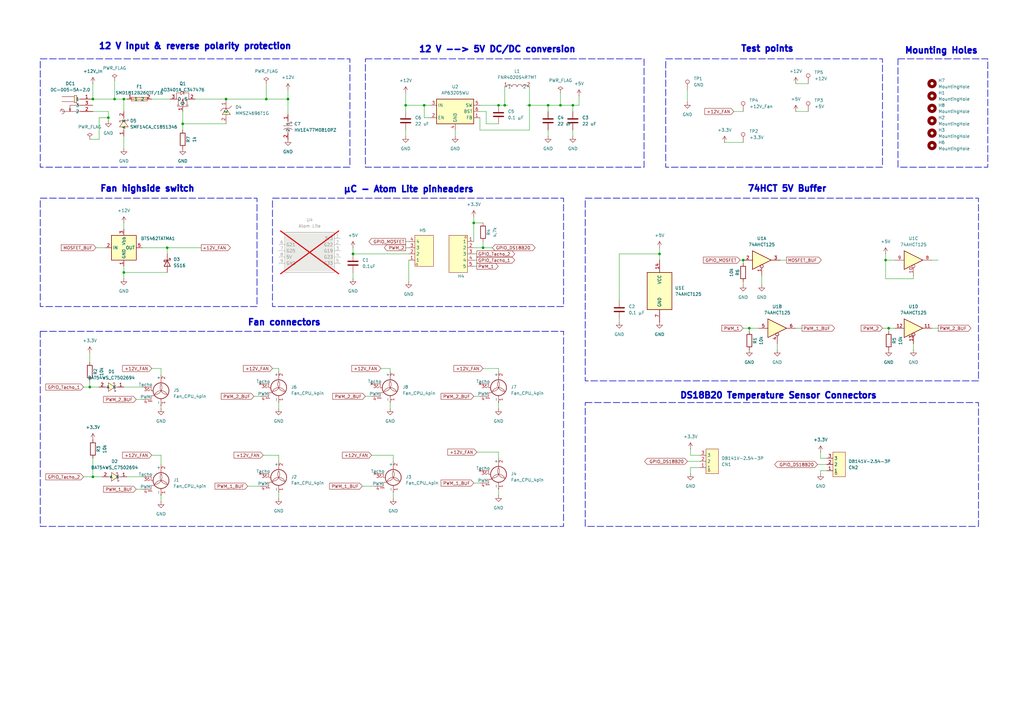
<source format=kicad_sch>
(kicad_sch (version 20231120) (generator "eeschema") (generator_version "8.0")
  (paper "A3")
  (title_block (title "OpenRadFan") (date "2025-01-24") (rev "1"))
  (lib_symbols
    (symbol "74xx:74AHCT125" (pin_names (offset 1.016))
      (property "Reference" "U" (at 0 1.27 0))
      (property "Value" "74AHCT125" (at 0 -1.27 0))
      (symbol "74AHCT125_1_0"
        (pin input inverted (at 0 -6.35 90) (length 4.445) (name "~") (number "1"))
        (pin input line (at -7.62 0 0) (length 3.81) (name "~") (number "2"))
        (pin tri_state line (at 7.62 0 180) (length 3.81) (name "~") (number "3"))
      )
      (symbol "74AHCT125_2_0"
        (pin input inverted (at 0 -6.35 90) (length 4.445) (name "~") (number "4"))
        (pin input line (at -7.62 0 0) (length 3.81) (name "~") (number "5"))
        (pin tri_state line (at 7.62 0 180) (length 3.81) (name "~") (number "6"))
      )
      (symbol "74AHCT125_3_0"
        (pin input inverted (at 0 -6.35 90) (length 4.445) (name "~") (number "10"))
        (pin tri_state line (at 7.62 0 180) (length 3.81) (name "~") (number "8"))
        (pin input line (at -7.62 0 0) (length 3.81) (name "~") (number "9"))
      )
      (symbol "74AHCT125_4_0"
        (pin tri_state line (at 7.62 0 180) (length 3.81) (name "~") (number "11"))
        (pin input line (at -7.62 0 0) (length 3.81) (name "~") (number "12"))
        (pin input inverted (at 0 -6.35 90) (length 4.445) (name "~") (number "13"))
      )
      (symbol "74AHCT125_5_0"
        (pin power_in line (at 0 12.7 270) (length 5.08) (name "VCC") (number "14"))
        (pin power_in line (at 0 -12.7 90) (length 5.08) (name "GND") (number "7"))
      )
    )
    (symbol "Connector:TestPoint" (pin_numbers hide) (pin_names (offset 0.762) hide)
      (property "Reference" "TP" (at 0 6.858 0))
      (property "Value" "TestPoint" (at 0 5.08 0))
      (symbol "TestPoint_1_1"
        (pin passive line (at 0 0 90) (length 2.54) (name "1") (number "1"))
      )
    )
    (symbol "Device:C" (pin_numbers hide) (pin_names (offset 0.254))
      (property "Reference" "C" (at 0.635 2.54 0))
      (property "Value" "C" (at 0.635 -2.54 0))
      (symbol "C_1_1"
        (pin passive line (at 0 3.81 270) (length 2.794) (name "~") (number "1"))
        (pin passive line (at 0 -3.81 90) (length 2.794) (name "~") (number "2"))
      )
    )
    (symbol "Device:R" (pin_numbers hide) (pin_names (offset 0))
      (property "Reference" "R" (at 2.032 0 90))
      (property "Value" "R" (at 0 0 90))
      (symbol "R_1_1"
        (pin passive line (at 0 3.81 270) (length 1.27) (name "~") (number "1"))
        (pin passive line (at 0 -3.81 90) (length 1.27) (name "~") (number "2"))
      )
    )
    (symbol "Diode:SS16" (pin_numbers hide) (pin_names (offset 1.016) hide)
      (property "Reference" "D" (at 0 2.54 0))
      (property "Value" "SS16" (at 0 -2.54 0))
      (symbol "SS16_1_1"
        (pin passive line (at -3.81 0 0) (length 2.54) (name "K") (number "1"))
        (pin passive line (at 3.81 0 180) (length 2.54) (name "A") (number "2"))
      )
    )
    (symbol "Fan_CPU_4pin_1" (pin_names (offset 0))
      (property "Reference" "J7" (at 5.08 1.2701 0))
      (property "Value" "Fan_CPU_4pin" (at 5.08 -1.2699 0))
      (symbol "Fan_CPU_4pin_1_1_1"
        (pin passive line (at 0 -5.08 90) (length 2.54) (name "-") (number "1"))
        (pin passive line (at 0 7.62 270) (length 2.54) (name "+") (number "2"))
        (pin no_connect line (at -7.62 2.54 0) (length 2.54) (name "Tacho") (number "3"))
        (pin input line (at -7.62 -2.54 0) (length 2.54) (name "PWM") (number "4"))
      )
    )
    (symbol "Fan_CPU_4pin_2" (pin_names (offset 0))
      (property "Reference" "J6" (at 5.08 1.2701 0))
      (property "Value" "Fan_CPU_4pin" (at 5.08 -1.2699 0))
      (symbol "Fan_CPU_4pin_2_1_1"
        (pin passive line (at 0 -5.08 90) (length 2.54) (name "-") (number "1"))
        (pin passive line (at 0 7.62 270) (length 2.54) (name "+") (number "2"))
        (pin no_connect line (at -7.62 2.54 0) (length 2.54) (name "Tacho") (number "3"))
        (pin input line (at -7.62 -2.54 0) (length 2.54) (name "PWM") (number "4"))
      )
    )
    (symbol "Mechanical:MountingHole" (pin_names (offset 1.016)) (exclude_from_sim yes) (in_bom no)
      (property "Reference" "H" (at 0 5.08 0))
      (property "Value" "MountingHole" (at 0 3.175 0))
    )
    (symbol "Motor:Fan_CPU_4pin" (pin_names (offset 0))
      (property "Reference" "M" (at 2.54 5.08 0))
      (property "Value" "Fan_CPU_4pin" (at 2.54 -2.54 0))
      (symbol "Fan_CPU_4pin_1_1"
        (pin passive line (at 0 -5.08 90) (length 2.54) (name "-") (number "1"))
        (pin passive line (at 0 7.62 270) (length 2.54) (name "+") (number "2"))
        (pin passive line (at -7.62 2.54 0) (length 2.54) (name "Tacho") (number "3"))
        (pin input line (at -7.62 -2.54 0) (length 2.54) (name "PWM") (number "4"))
      )
    )
    (symbol "Power_Management:BTS462TATMA1"
      (property "Reference" "U" (at -5.08 5.08 0))
      (property "Value" "BTS462TATMA1" (at 2.54 5.08 0))
      (symbol "BTS462TATMA1_0_0"
        (pin power_in line (at 0 -7.62 90) (length 2.54) (name "GND") (number "1"))
        (pin input line (at -7.62 0 0) (length 2.54) (name "IN") (number "2"))
        (pin power_in line (at 0 7.62 270) (length 2.54) (name "Vbb") (number "3"))
        (pin no_connect line (at 5.08 -2.54 180) (length 2.54) hide (name "NC") (number "4"))
        (pin power_out line (at 7.62 0 180) (length 2.54) (name "OUT") (number "5"))
      )
    )
    (symbol "Regulator_Switching:AP63205WU"
      (property "Reference" "U" (at -7.62 6.35 0))
      (property "Value" "AP63205WU" (at 2.54 6.35 0))
      (symbol "AP63205WU_1_1"
        (pin input line (at 10.16 -2.54 180) (length 2.54) (name "FB") (number "1"))
        (pin input line (at -10.16 -2.54 0) (length 2.54) (name "EN") (number "2"))
        (pin power_in line (at -10.16 2.54 0) (length 2.54) (name "IN") (number "3"))
        (pin power_in line (at 0 -7.62 90) (length 2.54) (name "GND") (number "4"))
        (pin output line (at 10.16 2.54 180) (length 2.54) (name "SW") (number "5"))
        (pin passive line (at 10.16 0 180) (length 2.54) (name "BST") (number "6"))
      )
    )
    (symbol "easyeda2kicad:210S-1*5PL=11.6MMGold-platedblack"
      (property "Reference" "H" (at 0 10.16 0))
      (property "Value" "210S-1*5P L=11.6MMGold-plated black" (at 0 -10.16 0))
      (symbol "210S-1*5PL=11.6MMGold-platedblack_0_1"
        (pin unspecified line (at -5.08 5.08 0) (length 2.54) (name "1") (number "1"))
        (pin unspecified line (at -5.08 2.54 0) (length 2.54) (name "2") (number "2"))
        (pin unspecified line (at -5.08 0 0) (length 2.54) (name "3") (number "3"))
        (pin unspecified line (at -5.08 -2.54 0) (length 2.54) (name "4") (number "4"))
        (pin unspecified line (at -5.08 -5.08 0) (length 2.54) (name "5") (number "5"))
      )
    )
    (symbol "easyeda2kicad:AO3401A_C347476"
      (property "Reference" "Q" (at 0 10.16 0))
      (property "Value" "AO3401A_C347476" (at 0 -10.16 0))
      (symbol "AO3401A_C347476_0_1"
        (pin unspecified line (at -5.08 0 0) (length 2.032) (name "G") (number "1"))
        (pin unspecified line (at 0 -5.08 90) (length 2.54) (name "S") (number "2"))
        (pin unspecified line (at 0 5.08 270) (length 2.54) (name "D") (number "3"))
      )
    )
    (symbol "easyeda2kicad:BAT54WS_C7502694"
      (property "Reference" "D" (at 0 5.08 0))
      (property "Value" "BAT54WS_C7502694" (at 0 -5.08 0))
      (symbol "BAT54WS_C7502694_0_1"
        (pin unspecified line (at -5.08 0 0) (length 2.54) (name "K") (number "1"))
        (pin unspecified line (at 5.08 0 180) (length 2.54) (name "A") (number "2"))
      )
    )
    (symbol "easyeda2kicad:DB141V-2.54-3P"
      (property "Reference" "CN" (at 0 7.62 0))
      (property "Value" "DB141V-2.54-3P" (at 0 -7.62 0))
      (symbol "DB141V-2.54-3P_0_1"
        (pin unspecified line (at -5.08 2.54 0) (length 2.54) (name "1") (number "1"))
        (pin unspecified line (at -5.08 0 0) (length 2.54) (name "2") (number "2"))
        (pin unspecified line (at -5.08 -2.54 0) (length 2.54) (name "3") (number "3"))
      )
    )
    (symbol "easyeda2kicad:DC-005-5A-2.0"
      (property "Reference" "DC" (at 0 7.62 0))
      (property "Value" "DC-005-5A-2.0" (at 0 -7.62 0))
      (symbol "DC-005-5A-2.0_0_1"
        (pin unspecified line (at 5.08 2.54 180) (length 5.08) (name "1") (number "1"))
        (pin unspecified line (at 5.08 -2.54 180) (length 5.08) (name "2") (number "2"))
        (pin unspecified line (at 5.08 0 180) (length 5.08) (name "3") (number "3"))
      )
    )
    (symbol "easyeda2kicad:FNR4020S4R7MT"
      (property "Reference" "L" (at 0 5.08 0))
      (property "Value" "FNR4020S4R7MT" (at 0 -5.08 0))
      (symbol "FNR4020S4R7MT_0_1"
        (pin unspecified line (at -5.08 0 0) (length 0.762) (name "1") (number "1"))
        (pin unspecified line (at 5.08 0 180) (length 0.762) (name "2") (number "2"))
      )
    )
    (symbol "easyeda2kicad:HV1E477M0810PZ"
      (property "Reference" "U5" (at 2.54 5.08 0))
      (property "Value" "HV1E477M0810PZ" (at 2.54 2.54 0))
      (symbol "HV1E477M0810PZ_0_1"
        (pin input line (at -2.54 -1.27 0) (length 2.54) (name "1") (number "1"))
        (pin input line (at 7.62 -1.27 180) (length 2.54) (name "2") (number "2"))
      )
    )
    (symbol "easyeda2kicad:Header-Male-2.54_1x4"
      (property "Reference" "H" (at 0 8.89 0))
      (property "Value" "Header-Male-2.54_1x4" (at 0 -8.89 0))
      (symbol "Header-Male-2.54_1x4_0_1"
        (pin unspecified line (at -5.08 3.81 0) (length 2.54) (name "1") (number "1"))
        (pin unspecified line (at -5.08 1.27 0) (length 2.54) (name "2") (number "2"))
        (pin unspecified line (at -5.08 -1.27 0) (length 2.54) (name "3") (number "3"))
        (pin unspecified line (at -5.08 -3.81 0) (length 2.54) (name "4") (number "4"))
      )
    )
    (symbol "easyeda2kicad:MMSZ4696T1G"
      (property "Reference" "D" (at 0 5.08 0))
      (property "Value" "MMSZ4696T1G" (at 0 -5.08 0))
      (symbol "MMSZ4696T1G_0_1"
        (pin unspecified line (at -5.08 0 0) (length 3.81) (name "C") (number "1"))
        (pin unspecified line (at 5.08 0 180) (length 3.81) (name "A") (number "2"))
      )
    )
    (symbol "easyeda2kicad:SMD1812B260TF_16"
      (property "Reference" "U" (at 0 5.08 0))
      (property "Value" "SMD1812B260TF/16" (at 0 -5.08 0))
      (symbol "SMD1812B260TF_16_0_1"
        (pin unspecified line (at -5.08 0 0) (length 2.54) (name "1") (number "1"))
        (pin unspecified line (at 5.08 0 180) (length 2.54) (name "2") (number "2"))
      )
    )
    (symbol "easyeda2kicad:SMF14CA_C1851346"
      (property "Reference" "D" (at 0 5.08 0))
      (property "Value" "SMF14CA_C1851346" (at 0 -5.08 0))
      (symbol "SMF14CA_C1851346_0_1"
        (pin unspecified line (at 5.08 0 180) (length 2.54) (name "A") (number "1"))
        (pin unspecified line (at -5.08 0 0) (length 2.54) (name "K") (number "2"))
      )
    )
    (symbol "m5stack:M5Stack_Atom_Lite"
      (property "Reference" "U" (at 0 0 0))
      (property "Value" "Atom Lite" (at 4.064 -2.286 0))
      (symbol "M5Stack_Atom_Lite_1_1"
        (pin power_out line (at 22.86 -6.35 180) (length 2.54) (name "3V3") (number "1"))
        (pin bidirectional line (at 22.86 -8.89 180) (length 2.54) (name "G22") (number "2"))
        (pin bidirectional line (at 22.86 -11.43 180) (length 2.54) (name "G19") (number "3"))
        (pin bidirectional line (at 22.86 -13.97 180) (length 2.54) (name "G23") (number "4"))
        (pin bidirectional line (at 22.86 -16.51 180) (length 2.54) (name "G33") (number "5"))
        (pin bidirectional line (at -2.54 -8.89 0) (length 2.54) (name "G21") (number "6"))
        (pin bidirectional line (at -2.54 -11.43 0) (length 2.54) (name "G25") (number "7"))
        (pin power_in line (at -2.54 -13.97 0) (length 2.54) (name "5V") (number "8"))
        (pin passive line (at -2.54 -16.51 0) (length 2.54) (name "GND") (number "9"))
      )
    )
    (symbol "power:+12V" (power) (pin_numbers hide) (pin_names (offset 0) hide)
      (property "Value" "+12V" (at 0 3.556 0))
      (symbol "+12V_1_1"
        (pin power_in line (at 0 0 90) (length 0) (name "~") (number "1"))
      )
    )
    (symbol "power:+3.3V" (power) (pin_numbers hide) (pin_names (offset 0) hide)
      (property "Value" "+3.3V" (at 0 3.556 0))
      (symbol "+3.3V_1_1"
        (pin power_in line (at 0 0 90) (length 0) (name "~") (number "1"))
      )
    )
    (symbol "power:+5V" (power) (pin_numbers hide) (pin_names (offset 0) hide)
      (property "Value" "+5V" (at 0 3.556 0))
      (symbol "+5V_1_1"
        (pin power_in line (at 0 0 90) (length 0) (name "~") (number "1"))
      )
    )
    (symbol "power:GND" (power) (pin_numbers hide) (pin_names (offset 0) hide)
      (property "Value" "GND" (at 0 -3.81 0))
      (symbol "GND_1_1"
        (pin power_in line (at 0 0 270) (length 0) (name "~") (number "1"))
      )
    )
    (symbol "power:PWR_FLAG" (power) (pin_numbers hide) (pin_names (offset 0) hide)
      (property "Value" "PWR_FLAG" (at 0 3.81 0))
      (symbol "PWR_FLAG_0_0"
        (pin power_out line (at 0 0 90) (length 0) (name "~") (number "1"))
      )
    )
  )
  (junction (at 109.22 40.64))
  (junction (at 74.93 50.8))
  (junction (at 207.01 43.18))
  (junction (at 144.78 104.14))
  (junction (at 364.49 134.62))
  (junction (at 50.8 111.76))
  (junction (at 234.95 43.18))
  (junction (at 307.34 134.62))
  (junction (at 224.79 43.18))
  (junction (at 36.83 158.75))
  (junction (at 270.51 104.14))
  (junction (at 194.31 91.44))
  (junction (at 198.12 101.6))
  (junction (at 173.99 43.18))
  (junction (at 217.17 43.18))
  (junction (at 50.8 40.64))
  (junction (at 46.99 40.64))
  (junction (at 38.1 195.58))
  (junction (at 166.37 43.18))
  (junction (at 204.47 43.18))
  (junction (at 44.45 48.26))
  (junction (at 118.11 40.64))
  (junction (at 363.22 106.68))
  (junction (at 304.8 106.68))
  (junction (at 92.71 40.64))
  (junction (at 68.58 101.6))
  (junction (at 229.87 43.18))
  (junction (at 38.1 40.64))
  (wire (pts (xy 34.29 195.58) (xy 38.1 195.58)))
  (wire (pts (xy 364.49 134.62) (xy 364.49 135.89)))
  (wire (pts (xy 66.04 203.2) (xy 66.04 205.74)))
  (wire (pts (xy 194.31 104.14) (xy 195.58 104.14)))
  (wire (pts (xy 198.12 99.06) (xy 198.12 101.6)))
  (wire (pts (xy 50.8 109.22) (xy 50.8 111.76)))
  (wire (pts (xy 38.1 45.72) (xy 44.45 45.72)))
  (wire (pts (xy 167.64 99.06) (xy 166.37 99.06)))
  (wire (pts (xy 199.39 50.8) (xy 204.47 50.8)))
  (wire (pts (xy 336.55 187.96) (xy 339.09 187.96)))
  (wire (pts (xy 46.99 40.64) (xy 50.8 40.64)))
  (wire (pts (xy 66.04 151.13) (xy 66.04 153.67)))
  (wire (pts (xy 283.21 186.69) (xy 283.21 184.15)))
  (wire (pts (xy 204.47 185.42) (xy 195.58 185.42)))
  (wire (pts (xy 50.8 111.76) (xy 68.58 111.76)))
  (wire (pts (xy 114.3 151.13) (xy 114.3 152.4)))
  (wire (pts (xy 237.49 43.18) (xy 234.95 43.18)))
  (wire (pts (xy 254 104.14) (xy 270.51 104.14)))
  (wire (pts (xy 58.42 101.6) (xy 68.58 101.6)))
  (wire (pts (xy 283.21 191.77) (xy 283.21 194.31)))
  (wire (pts (xy 287.02 186.69) (xy 283.21 186.69)))
  (wire (pts (xy 270.51 104.14) (xy 270.51 106.68)))
  (wire (pts (xy 254 123.19) (xy 254 104.14)))
  (wire (pts (xy 62.23 40.64) (xy 69.85 40.64)))
  (wire (pts (xy 104.14 162.56) (xy 106.68 162.56)))
  (wire (pts (xy 173.99 48.26) (xy 173.99 43.18)))
  (wire (pts (xy 196.85 53.34) (xy 217.17 53.34)))
  (wire (pts (xy 382.27 134.62) (xy 384.81 134.62)))
  (wire (pts (xy 204.47 151.13) (xy 198.12 151.13)))
  (wire (pts (xy 156.21 151.13) (xy 160.02 151.13)))
  (wire (pts (xy 167.64 106.68) (xy 167.64 115.57)))
  (wire (pts (xy 36.83 144.78) (xy 36.83 148.59)))
  (wire (pts (xy 194.31 109.22) (xy 195.58 109.22)))
  (wire (pts (xy 307.34 134.62) (xy 311.15 134.62)))
  (wire (pts (xy 114.3 186.69) (xy 107.95 186.69)))
  (wire (pts (xy 234.95 53.34) (xy 234.95 55.88)))
  (wire (pts (xy 114.3 186.69) (xy 114.3 189.23)))
  (wire (pts (xy 176.53 48.26) (xy 173.99 48.26)))
  (wire (pts (xy 55.88 163.83) (xy 58.42 163.83)))
  (wire (pts (xy 254 130.81) (xy 254 132.08)))
  (wire (pts (xy 144.78 111.76) (xy 144.78 114.3)))
  (wire (pts (xy 148.59 199.39) (xy 153.67 199.39)))
  (wire (pts (xy 111.76 151.13) (xy 114.3 151.13)))
  (wire (pts (xy 36.83 156.21) (xy 36.83 158.75)))
  (wire (pts (xy 304.8 106.68) (xy 304.8 107.95)))
  (wire (pts (xy 204.47 165.1) (xy 204.47 167.64)))
  (wire (pts (xy 144.78 104.14) (xy 167.64 104.14)))
  (wire (pts (xy 326.39 134.62) (xy 328.93 134.62)))
  (wire (pts (xy 92.71 40.64) (xy 109.22 40.64)))
  (wire (pts (xy 50.8 40.64) (xy 52.07 40.64)))
  (wire (pts (xy 237.49 39.37) (xy 237.49 43.18)))
  (wire (pts (xy 52.07 195.58) (xy 58.42 195.58)))
  (wire (pts (xy 50.8 40.64) (xy 50.8 45.72)))
  (wire (pts (xy 194.31 101.6) (xy 198.12 101.6)))
  (wire (pts (xy 217.17 53.34) (xy 217.17 43.18)))
  (wire (pts (xy 234.95 43.18) (xy 234.95 45.72)))
  (wire (pts (xy 374.65 114.3) (xy 363.22 114.3)))
  (wire (pts (xy 194.31 91.44) (xy 198.12 91.44)))
  (wire (pts (xy 114.3 165.1) (xy 114.3 167.64)))
  (wire (pts (xy 166.37 38.1) (xy 166.37 43.18)))
  (wire (pts (xy 38.1 34.29) (xy 38.1 40.64)))
  (wire (pts (xy 166.37 101.6) (xy 167.64 101.6)))
  (wire (pts (xy 68.58 101.6) (xy 82.55 101.6)))
  (wire (pts (xy 74.93 45.72) (xy 74.93 50.8)))
  (wire (pts (xy 114.3 201.93) (xy 114.3 204.47)))
  (wire (pts (xy 34.29 158.75) (xy 36.83 158.75)))
  (wire (pts (xy 336.55 194.31) (xy 336.55 193.04)))
  (wire (pts (xy 281.94 36.83) (xy 281.94 41.91)))
  (wire (pts (xy 36.83 57.15) (xy 40.64 57.15)))
  (wire (pts (xy 38.1 195.58) (xy 41.91 195.58)))
  (wire (pts (xy 300.99 45.72) (xy 304.8 45.72)))
  (wire (pts (xy 149.86 162.56) (xy 152.4 162.56)))
  (wire (pts (xy 297.18 58.42) (xy 304.8 58.42)))
  (wire (pts (xy 166.37 53.34) (xy 166.37 55.88)))
  (wire (pts (xy 50.8 91.44) (xy 50.8 93.98)))
  (wire (pts (xy 62.23 151.13) (xy 66.04 151.13)))
  (wire (pts (xy 166.37 43.18) (xy 173.99 43.18)))
  (wire (pts (xy 204.47 151.13) (xy 204.47 152.4)))
  (wire (pts (xy 101.6 199.39) (xy 106.68 199.39)))
  (wire (pts (xy 336.55 193.04) (xy 339.09 193.04)))
  (wire (pts (xy 204.47 185.42) (xy 204.47 187.96)))
  (wire (pts (xy 109.22 40.64) (xy 118.11 40.64)))
  (wire (pts (xy 326.39 34.29) (xy 331.47 34.29)))
  (wire (pts (xy 364.49 134.62) (xy 367.03 134.62)))
  (wire (pts (xy 363.22 106.68) (xy 363.22 104.14)))
  (wire (pts (xy 36.83 158.75) (xy 40.64 158.75)))
  (wire (pts (xy 194.31 198.12) (xy 196.85 198.12)))
  (wire (pts (xy 74.93 50.8) (xy 74.93 53.34)))
  (wire (pts (xy 186.69 53.34) (xy 186.69 55.88)))
  (wire (pts (xy 50.8 158.75) (xy 58.42 158.75)))
  (wire (pts (xy 68.58 101.6) (xy 68.58 104.14)))
  (wire (pts (xy 374.65 143.51) (xy 374.65 140.97)))
  (wire (pts (xy 281.94 189.23) (xy 287.02 189.23)))
  (wire (pts (xy 161.29 186.69) (xy 152.4 186.69)))
  (wire (pts (xy 38.1 40.64) (xy 46.99 40.64)))
  (wire (pts (xy 39.37 101.6) (xy 43.18 101.6)))
  (wire (pts (xy 44.45 45.72) (xy 44.45 48.26)))
  (wire (pts (xy 217.17 43.18) (xy 215.9 43.18)))
  (wire (pts (xy 196.85 45.72) (xy 199.39 45.72)))
  (wire (pts (xy 118.11 40.64) (xy 118.11 46.99)))
  (wire (pts (xy 312.42 113.03) (xy 312.42 116.84)))
  (wire (pts (xy 336.55 185.42) (xy 336.55 187.96)))
  (wire (pts (xy 199.39 45.72) (xy 199.39 50.8)))
  (wire (pts (xy 198.12 101.6) (xy 201.93 101.6)))
  (wire (pts (xy 361.95 134.62) (xy 364.49 134.62)))
  (wire (pts (xy 50.8 55.88) (xy 50.8 60.96)))
  (wire (pts (xy 109.22 34.29) (xy 109.22 40.64)))
  (wire (pts (xy 160.02 165.1) (xy 160.02 167.64)))
  (wire (pts (xy 304.8 134.62) (xy 307.34 134.62)))
  (wire (pts (xy 363.22 106.68) (xy 367.03 106.68)))
  (wire (pts (xy 229.87 38.1) (xy 229.87 43.18)))
  (wire (pts (xy 207.01 35.56) (xy 207.01 43.18)))
  (wire (pts (xy 46.99 33.02) (xy 46.99 40.64)))
  (wire (pts (xy 204.47 200.66) (xy 204.47 203.2)))
  (wire (pts (xy 194.31 91.44) (xy 194.31 99.06)))
  (wire (pts (xy 335.28 190.5) (xy 339.09 190.5)))
  (wire (pts (xy 224.79 53.34) (xy 224.79 55.88)))
  (wire (pts (xy 40.64 57.15) (xy 40.64 48.26)))
  (wire (pts (xy 196.85 48.26) (xy 196.85 53.34)))
  (wire (pts (xy 320.04 106.68) (xy 322.58 106.68)))
  (wire (pts (xy 224.79 43.18) (xy 229.87 43.18)))
  (wire (pts (xy 38.1 187.96) (xy 38.1 195.58)))
  (wire (pts (xy 374.65 114.3) (xy 374.65 113.03)))
  (wire (pts (xy 44.45 48.26) (xy 44.45 49.53)))
  (wire (pts (xy 382.27 106.68) (xy 384.81 106.68)))
  (wire (pts (xy 194.31 106.68) (xy 195.58 106.68)))
  (wire (pts (xy 161.29 186.69) (xy 161.29 189.23)))
  (wire (pts (xy 144.78 101.6) (xy 144.78 104.14)))
  (wire (pts (xy 194.31 88.9) (xy 194.31 91.44)))
  (wire (pts (xy 80.01 40.64) (xy 92.71 40.64)))
  (wire (pts (xy 326.39 45.72) (xy 331.47 45.72)))
  (wire (pts (xy 66.04 186.69) (xy 62.23 186.69)))
  (wire (pts (xy 207.01 43.18) (xy 208.28 43.18)))
  (wire (pts (xy 166.37 43.18) (xy 166.37 45.72)))
  (wire (pts (xy 307.34 135.89) (xy 307.34 134.62)))
  (wire (pts (xy 304.8 116.84) (xy 304.8 115.57)))
  (wire (pts (xy 303.53 106.68) (xy 304.8 106.68)))
  (wire (pts (xy 55.88 200.66) (xy 58.42 200.66)))
  (wire (pts (xy 229.87 43.18) (xy 234.95 43.18)))
  (wire (pts (xy 118.11 36.83) (xy 118.11 40.64)))
  (wire (pts (xy 217.17 35.56) (xy 217.17 43.18)))
  (wire (pts (xy 50.8 111.76) (xy 50.8 114.3)))
  (wire (pts (xy 204.47 43.18) (xy 207.01 43.18)))
  (wire (pts (xy 92.71 50.8) (xy 74.93 50.8)))
  (wire (pts (xy 40.64 48.26) (xy 44.45 48.26)))
  (wire (pts (xy 194.31 162.56) (xy 196.85 162.56)))
  (wire (pts (xy 270.51 101.6) (xy 270.51 104.14)))
  (wire (pts (xy 196.85 43.18) (xy 204.47 43.18)))
  (wire (pts (xy 66.04 186.69) (xy 66.04 190.5)))
  (wire (pts (xy 173.99 43.18) (xy 176.53 43.18)))
  (wire (pts (xy 160.02 151.13) (xy 160.02 152.4)))
  (wire (pts (xy 217.17 43.18) (xy 224.79 43.18)))
  (wire (pts (xy 161.29 201.93) (xy 161.29 204.47)))
  (wire (pts (xy 363.22 114.3) (xy 363.22 106.68)))
  (wire (pts (xy 224.79 43.18) (xy 224.79 45.72)))
  (wire (pts (xy 318.77 143.51) (xy 318.77 140.97)))
  (wire (pts (xy 66.04 166.37) (xy 66.04 167.64)))
  (wire (pts (xy 287.02 191.77) (xy 283.21 191.77)))
  (rectangle (start 273.05 24.13) (end 361.95 68.58) (stroke (width 0.254) (type dash)))
  (rectangle (start 16.51 81.28) (end 105.41 125.73) (stroke (width 0.254) (type dash)))
  (rectangle (start 149.86 24.13) (end 264.16 68.58) (stroke (width 0.254) (type dash)))
  (rectangle (start 16.51 135.89) (end 231.14 215.9) (stroke (width 0.254) (type dash)))
  (rectangle (start 240.03 165.1) (end 401.32 215.9) (stroke (width 0.254) (type dash)))
  (rectangle (start 111.76 81.28) (end 231.14 125.73) (stroke (width 0.254) (type dash)))
  (rectangle (start 240.03 81.28) (end 401.32 156.21) (stroke (width 0.254) (type dash)))
  (rectangle (start 16.51 24.13) (end 143.51 68.58) (stroke (width 0.254) (type dash)))
  (rectangle (start 368.3 24.13) (end 405.13 68.58) (stroke (width 0.254) (type dash)))
  (text "12 V input & reverse polarity protection" (at 80.01 19.05 0) (effects (font (size 2.54 2.54) (thickness 1.016) (bold yes))))
  (text "12 V --> 5V DC/DC conversion\n" (at 203.962 20.32 0) (effects (font (size 2.54 2.54) (thickness 1.016) (bold yes))))
  (text "µC - Atom Lite pinheaders" (at 167.64 77.724 0) (effects (font (size 2.54 2.54) (thickness 1.016) (bold yes))))
  (text "Fan connectors" (at 116.586 132.334 0) (effects (font (size 2.54 2.54) (thickness 1.016) (bold yes))))
  (text "Mounting Holes" (at 386.08 20.828 0) (effects (font (size 2.54 2.54) (thickness 1.016) (bold yes))))
  (text "74HCT 5V Buffer" (at 322.834 77.47 0) (effects (font (size 2.54 2.54) (thickness 1.016) (bold yes))))
  (text "Test points" (at 314.706 20.066 0) (effects (font (size 2.54 2.54) (thickness 1.016) (bold yes))))
  (text "Fan highside switch" (at 60.452 77.47 0) (effects (font (size 2.54 2.54) (thickness 1.016) (bold yes))))
  (text "DS18B20 Temperature Sensor Connectors" (at 319.278 162.306 0) (effects (font (size 2.54 2.54) (thickness 1.016) (bold yes))))
  (global_label "PWM_2" (shape output) (at 166.37 101.6 180) (property "Intersheetrefs" "${INTERSHEET_REFS}" (effects (hide yes))))
  (global_label "GPIO_DS18B20" (shape bidirectional) (at 335.28 190.5 180) (property "Intersheetrefs" "${INTERSHEET_REFS}" (effects (hide yes))))
  (global_label "+12V_FAN" (shape input) (at 107.95 186.69 180) (property "Intersheetrefs" "${INTERSHEET_REFS}" (effects (hide yes))))
  (global_label "PWM_2_BUF" (shape input) (at 104.14 162.56 180) (property "Intersheetrefs" "${INTERSHEET_REFS}" (effects (hide yes))))
  (global_label "+12V_FAN" (shape input) (at 111.76 151.13 180) (property "Intersheetrefs" "${INTERSHEET_REFS}" (effects (hide yes))))
  (global_label "PWM_1_BUF" (shape input) (at 55.88 200.66 180) (property "Intersheetrefs" "${INTERSHEET_REFS}" (effects (hide yes))))
  (global_label "GPIO_DS18B20" (shape bidirectional) (at 201.93 101.6 0) (property "Intersheetrefs" "${INTERSHEET_REFS}" (effects (hide yes))))
  (global_label "+12V_FAN" (shape input) (at 300.99 45.72 180) (property "Intersheetrefs" "${INTERSHEET_REFS}" (effects (hide yes))))
  (global_label "PWM_1" (shape output) (at 195.58 109.22 0) (property "Intersheetrefs" "${INTERSHEET_REFS}" (effects (hide yes))))
  (global_label "PWM_1_BUF" (shape input) (at 101.6 199.39 180) (property "Intersheetrefs" "${INTERSHEET_REFS}" (effects (hide yes))))
  (global_label "+12V_FAN" (shape input) (at 156.21 151.13 180) (property "Intersheetrefs" "${INTERSHEET_REFS}" (effects (hide yes))))
  (global_label "PWM_1_BUF" (shape input) (at 148.59 199.39 180) (property "Intersheetrefs" "${INTERSHEET_REFS}" (effects (hide yes))))
  (global_label "GPIO_MOSFET" (shape input) (at 303.53 106.68 180) (property "Intersheetrefs" "${INTERSHEET_REFS}" (effects (hide yes))))
  (global_label "MOSFET_BUF" (shape output) (at 322.58 106.68 0) (property "Intersheetrefs" "${INTERSHEET_REFS}" (effects (hide yes))))
  (global_label "PWM_1_BUF" (shape input) (at 194.31 198.12 180) (property "Intersheetrefs" "${INTERSHEET_REFS}" (effects (hide yes))))
  (global_label "+12V_FAN" (shape input) (at 152.4 186.69 180) (property "Intersheetrefs" "${INTERSHEET_REFS}" (effects (hide yes))))
  (global_label "PWM_2_BUF" (shape input) (at 55.88 163.83 180) (property "Intersheetrefs" "${INTERSHEET_REFS}" (effects (hide yes))))
  (global_label "+12V_FAN" (shape input) (at 198.12 151.13 180) (property "Intersheetrefs" "${INTERSHEET_REFS}" (effects (hide yes))))
  (global_label "+12V_FAN" (shape input) (at 62.23 186.69 180) (property "Intersheetrefs" "${INTERSHEET_REFS}" (effects (hide yes))))
  (global_label "+12V_FAN" (shape output) (at 82.55 101.6 0) (property "Intersheetrefs" "${INTERSHEET_REFS}" (effects (hide yes))))
  (global_label "GPIO_Tacho_1" (shape input) (at 34.29 158.75 180) (property "Intersheetrefs" "${INTERSHEET_REFS}" (effects (hide yes))))
  (global_label "PWM_2_BUF" (shape input) (at 149.86 162.56 180) (property "Intersheetrefs" "${INTERSHEET_REFS}" (effects (hide yes))))
  (global_label "PWM_2_BUF" (shape input) (at 194.31 162.56 180) (property "Intersheetrefs" "${INTERSHEET_REFS}" (effects (hide yes))))
  (global_label "PWM_1_BUF" (shape output) (at 328.93 134.62 0) (property "Intersheetrefs" "${INTERSHEET_REFS}" (effects (hide yes))))
  (global_label "PWM_2_BUF" (shape output) (at 384.81 134.62 0) (property "Intersheetrefs" "${INTERSHEET_REFS}" (effects (hide yes))))
  (global_label "GPIO_DS18B20" (shape bidirectional) (at 281.94 189.23 180) (property "Intersheetrefs" "${INTERSHEET_REFS}" (effects (hide yes))))
  (global_label "GPIO_Tacho_2" (shape input) (at 34.29 195.58 180) (property "Intersheetrefs" "${INTERSHEET_REFS}" (effects (hide yes))))
  (global_label "GPIO_MOSFET" (shape output) (at 166.37 99.06 180) (property "Intersheetrefs" "${INTERSHEET_REFS}" (effects (hide yes))))
  (global_label "PWM_1" (shape input) (at 304.8 134.62 180) (property "Intersheetrefs" "${INTERSHEET_REFS}" (effects (hide yes))))
  (global_label "GPIO_Tacho_2" (shape output) (at 195.58 104.14 0) (property "Intersheetrefs" "${INTERSHEET_REFS}" (effects (hide yes))))
  (global_label "PWM_2" (shape input) (at 361.95 134.62 180) (property "Intersheetrefs" "${INTERSHEET_REFS}" (effects (hide yes))))
  (global_label "+12V_FAN" (shape input) (at 62.23 151.13 180) (property "Intersheetrefs" "${INTERSHEET_REFS}" (effects (hide yes))))
  (global_label "+12V_FAN" (shape input) (at 195.58 185.42 180) (property "Intersheetrefs" "${INTERSHEET_REFS}" (effects (hide yes))))
  (global_label "MOSFET_BUF" (shape input) (at 39.37 101.6 180) (property "Intersheetrefs" "${INTERSHEET_REFS}" (effects (hide yes))))
  (global_label "GPIO_Tacho_1" (shape output) (at 195.58 106.68 0) (property "Intersheetrefs" "${INTERSHEET_REFS}" (effects (hide yes))))
  (symbol (lib_id "easyeda2kicad:HV1E477M0810PZ") (at 119.38 49.53 270) (unit 1)
    (property "Reference" "C7" (at 120.65 50.7999 90) (effects (justify left)))
    (property "Value" "HV1E477M0810PZ" (at 120.65 53.3399 90) (effects (justify left)))
    (property "Footprint" "easyeda2kicad:CAP-SMD_BD8.0-L8.3-W8.3-LS9.3-FD-2" (effects (hide yes)))
    (property "LCSC Part" "C5246546" (effects (hide yes)))
  )
  (symbol (lib_id "power:GND") (at 161.29 204.47 0) (unit 1)
    (property "Reference" "#PWR040" (effects (hide yes)))
    (property "Value" "GND" (at 161.29 209.55 0))
    (property "Description" "Power symbol creates a global label with name \"GND\" , ground" (effects (hide yes)))
  )
  (symbol (lib_id "power:+12V") (at 118.11 36.83 0) (unit 1)
    (property "Reference" "#PWR013" (effects (hide yes)))
    (property "Value" "+12V" (at 118.11 31.75 0))
    (property "Description" "Power symbol creates a global label with name \"+12V\"" (effects (hide yes)))
  )
  (symbol (lib_id "power:GND") (at 283.21 194.31 0) (unit 1)
    (property "Reference" "#PWR05" (effects (hide yes)))
    (property "Value" "GND" (at 283.21 199.39 0))
    (property "Description" "Power symbol creates a global label with name \"GND\" , ground" (effects (hide yes)))
  )
  (symbol (lib_id "power:GND") (at 118.11 57.15 0) (unit 1)
    (property "Reference" "#PWR07" (effects (hide yes)))
    (property "Value" "GND" (at 118.11 62.23 0))
    (property "Description" "Power symbol creates a global label with name \"GND\" , ground" (effects (hide yes)))
  )
  (symbol (lib_id "easyeda2kicad:MMSZ4696T1G") (at 92.71 45.72 270) (unit 1)
    (property "Reference" "D4" (at 96.52 43.9399 90) (effects (justify left)))
    (property "Value" "MMSZ4696T1G" (at 96.52 46.4799 90) (effects (justify left)))
    (property "Footprint" "easyeda2kicad:SOD-123_L2.7-W1.6-LS3.7-RD-1" (effects (hide yes)))
    (property "Datasheet" "https://lcsc.com/product-detail/Zener-Diodes_ON-Semicon-ON-MMSZ4696T1G_C462868.html" (effects (hide yes)))
    (property "LCSC Part" "C462868" (effects (hide yes)))
  )
  (symbol (lib_id "power:GND") (at 66.04 167.64 0) (unit 1)
    (property "Reference" "#PWR029" (effects (hide yes)))
    (property "Value" "GND" (at 66.04 172.72 0))
    (property "Description" "Power symbol creates a global label with name \"GND\" , ground" (effects (hide yes)))
  )
  (symbol (lib_id "Mechanical:MountingHole") (at 382.27 49.53 0) (unit 1) (exclude_from_sim yes) (in_bom no)
    (property "Reference" "H2" (at 384.81 48.2599 0) (effects (justify left)))
    (property "Value" "MountingHole" (at 384.81 50.7999 0) (effects (justify left)))
    (property "Footprint" "MountingHole:MountingHole_3.2mm_M3_DIN965" (effects (hide yes)))
    (property "Description" "Mounting Hole without connection" (effects (hide yes)))
  )
  (symbol (lib_id "power:+3.3V") (at 336.55 185.42 0) (unit 1)
    (property "Reference" "#PWR024" (effects (hide yes)))
    (property "Value" "+3.3V" (at 336.55 180.34 0))
    (property "Description" "Power symbol creates a global label with name \"+3.3V\"" (effects (hide yes)))
  )
  (symbol (lib_id "easyeda2kicad:DB141V-2.54-3P") (at 344.17 190.5 0) (mirror x) (unit 1)
    (property "Reference" "CN2" (at 347.98 191.7701 0) (effects (justify left)))
    (property "Value" "DB141V-2.54-3P" (at 347.98 189.2301 0) (effects (justify left)))
    (property "Footprint" "easyeda2kicad:CONN-TH_3P-P2.54_DIBO_DB141V-2.54-3P" (effects (hide yes)))
    (property "LCSC Part" "C2898745" (effects (hide yes)))
  )
  (symbol (lib_id "power:+12V") (at 166.37 38.1 0) (unit 1)
    (property "Reference" "#PWR036" (effects (hide yes)))
    (property "Value" "+12V" (at 166.37 33.02 0))
    (property "Description" "Power symbol creates a global label with name \"+12V\"" (effects (hide yes)))
  )
  (symbol (lib_id "74xx:74AHCT125") (at 318.77 134.62 0) (unit 2)
    (property "Reference" "U1" (at 318.77 125.73 0))
    (property "Value" "74AHCT125" (at 318.77 128.27 0))
    (property "Footprint" "Package_SO:SOIC-14_3.9x8.7mm_P1.27mm" (effects (hide yes)))
    (property "Datasheet" "https://www.ti.com/lit/ds/symlink/sn74ahct125.pdf" (effects (hide yes)))
    (property "Description" "Quadruple Bus Buffer Gates With 3-State Outputs" (effects (hide yes)))
    (property "MPN" "SN74AHCT125N" (effects (hide yes)))
    (property "LCSC Part #" "C352957" (effects (hide yes)))
  )
  (symbol (lib_id "power:GND") (at 374.65 143.51 0) (unit 1)
    (property "Reference" "#PWR011" (effects (hide yes)))
    (property "Value" "GND" (at 374.65 148.59 0))
    (property "Description" "Power symbol creates a global label with name \"GND\" , ground" (effects (hide yes)))
  )
  (symbol (lib_id "power:+12V") (at 50.8 91.44 0) (unit 1)
    (property "Reference" "#PWR028" (effects (hide yes)))
    (property "Value" "+12V" (at 50.8 86.36 0))
    (property "Description" "Power symbol creates a global label with name \"+12V\"" (effects (hide yes)))
  )
  (symbol (lib_id "power:GND") (at 312.42 116.84 0) (unit 1)
    (property "Reference" "#PWR09" (effects (hide yes)))
    (property "Value" "GND" (at 312.42 121.92 0))
    (property "Description" "Power symbol creates a global label with name \"GND\" , ground" (effects (hide yes)))
  )
  (symbol (lib_id "power:+5V") (at 326.39 45.72 0) (unit 1)
    (property "Reference" "#PWR045" (effects (hide yes)))
    (property "Value" "+5V" (at 326.39 40.64 0))
    (property "Description" "Power symbol creates a global label with name \"+5V\"" (effects (hide yes)))
  )
  (symbol (lib_id "Connector:TestPoint") (at 304.8 58.42 0) (unit 1)
    (property "Reference" "TP2" (at 307.34 53.8479 0) (effects (justify left)))
    (property "Value" "+3.3V" (at 307.34 56.3879 0) (effects (justify left)))
    (property "Footprint" "TestPoint:TestPoint_Keystone_5000-5004_Miniature" (effects (hide yes)))
    (property "Description" "test point" (effects (hide yes)))
  )
  (symbol (lib_id "Device:R") (at 38.1 184.15 0) (unit 1)
    (property "Reference" "R3" (at 40.386 184.15 90))
    (property "Value" "10k" (at 42.926 184.15 90))
    (property "Footprint" "Resistor_SMD:R_0805_2012Metric_Pad1.20x1.40mm_HandSolder" (effects (hide yes)))
    (property "Description" "Resistor 10kΩ ±10%, 0.1W, 0805" (effects (hide yes)))
    (property "LCSC Part #" "C17414" (effects (hide yes)))
  )
  (symbol (lib_id "power:+5V") (at 363.22 104.14 0) (unit 1)
    (property "Reference" "#PWR027" (effects (hide yes)))
    (property "Value" "+5V" (at 363.22 99.06 0))
    (property "Description" "Power symbol creates a global label with name \"+5V\"" (effects (hide yes)))
  )
  (symbol (lib_id "Device:R") (at 304.8 111.76 180) (unit 1)
    (property "Reference" "R6" (at 302.514 111.76 90))
    (property "Value" "10k" (at 299.974 111.76 90))
    (property "Footprint" "Resistor_SMD:R_0805_2012Metric_Pad1.20x1.40mm_HandSolder" (effects (hide yes)))
    (property "Description" "10kΩ ±10%, 0.1W, 0805" (effects (hide yes)))
    (property "LCSC Part #" "C17414" (effects (hide yes)))
  )
  (symbol (lib_id "easyeda2kicad:SMD1812B260TF_16") (at 57.15 40.64 0) (unit 1)
    (property "Reference" "F1" (at 57.15 35.56 0))
    (property "Value" "SMD1812B260TF/16" (at 57.15 38.1 0))
    (property "Footprint" "easyeda2kicad:F1812" (effects (hide yes)))
    (property "Datasheet" "https://lcsc.com/product-detail/Others_Brightking-Elec-TAIWAN-SMD1812B260TF-16_C269148.html" (effects (hide yes)))
    (property "LCSC Part" "C269148" (effects (hide yes)))
  )
  (symbol (lib_id "Device:C") (at 144.78 107.95 0) (unit 1)
    (property "Reference" "C1" (at 148.59 106.6799 0) (effects (justify left)))
    (property "Value" "0.1uF" (at 148.59 109.2199 0) (effects (justify left)))
    (property "Footprint" "Capacitor_SMD:C_0805_2012Metric_Pad1.18x1.45mm_HandSolder" (effects (hide yes)))
    (property "Description" "Unpolarized capacitor" (effects (hide yes)))
    (property "LCSC Part #" "C28233" (effects (hide yes)))
  )
  (symbol (lib_id "Mechanical:MountingHole") (at 382.27 34.29 0) (unit 1) (exclude_from_sim yes) (in_bom no)
    (property "Reference" "H7" (at 384.81 33.0199 0) (effects (justify left)))
    (property "Value" "MountingHole" (at 384.81 35.5599 0) (effects (justify left)))
    (property "Footprint" "MountingHole:MountingHole_3.2mm_M3_DIN965" (effects (hide yes)))
    (property "Description" "Mounting Hole without connection" (effects (hide yes)))
  )
  (symbol (lib_id "Device:C") (at 254 127 0) (unit 1)
    (property "Reference" "C2" (at 257.81 125.7299 0) (effects (justify left)))
    (property "Value" "0.1 µF" (at 257.81 128.2699 0) (effects (justify left)))
    (property "Footprint" "Capacitor_SMD:C_0805_2012Metric_Pad1.18x1.45mm_HandSolder" (effects (hide yes)))
    (property "Description" "0.1 µF, 25V, X7R, 0603" (effects (hide yes)))
    (property "LCSC Part #" " C28233" (effects (hide yes)))
  )
  (symbol (lib_id "power:+5V") (at 237.49 39.37 0) (unit 1)
    (property "Reference" "#PWR017" (effects (hide yes)))
    (property "Value" "+5V" (at 237.49 34.29 0))
    (property "Description" "Power symbol creates a global label with name \"+5V\"" (effects (hide yes)))
  )
  (symbol (lib_id "Connector:TestPoint") (at 331.47 34.29 0) (unit 1)
    (property "Reference" "TP5" (at 334.01 29.7179 0) (effects (justify left)))
    (property "Value" "+12V" (at 334.01 32.2579 0) (effects (justify left)))
    (property "Footprint" "TestPoint:TestPoint_Keystone_5000-5004_Miniature" (effects (hide yes)))
    (property "Description" "test point" (effects (hide yes)))
  )
  (symbol (lib_id "Device:R") (at 74.93 57.15 0) (unit 1)
    (property "Reference" "R7" (at 77.216 57.15 90))
    (property "Value" "1k" (at 79.756 57.15 90))
    (property "Footprint" "Resistor_SMD:R_0603_1608Metric" (effects (hide yes)))
    (property "Description" "Resistor 1kΩ ±10%, 0.1W, 0603" (effects (hide yes)))
    (property "LCSC Part #" "C21190" (effects (hide yes)))
  )
  (symbol (lib_id "Connector:TestPoint") (at 304.8 45.72 0) (unit 1)
    (property "Reference" "TP4" (at 307.34 41.1479 0) (effects (justify left)))
    (property "Value" "+12V_Fan" (at 307.34 43.6879 0) (effects (justify left)))
    (property "Footprint" "TestPoint:TestPoint_Keystone_5000-5004_Miniature" (effects (hide yes)))
    (property "Description" "test point" (effects (hide yes)))
  )
  (symbol (lib_id "Mechanical:MountingHole") (at 382.27 54.61 0) (unit 1) (exclude_from_sim yes) (in_bom no)
    (property "Reference" "H3" (at 384.81 53.3399 0) (effects (justify left)))
    (property "Value" "MountingHole" (at 384.81 55.8799 0) (effects (justify left)))
    (property "Footprint" "MountingHole:MountingHole_2.2mm_M2_DIN965" (effects (hide yes)))
    (property "Description" "Mounting Hole without connection" (effects (hide yes)))
  )
  (symbol (lib_id "power:GND") (at 270.51 132.08 0) (unit 1)
    (property "Reference" "#PWR08" (effects (hide yes)))
    (property "Value" "GND" (at 270.51 137.16 0))
    (property "Description" "Power symbol creates a global label with name \"GND\" , ground" (effects (hide yes)))
  )
  (symbol (lib_id "power:GND") (at 304.8 116.84 0) (unit 1)
    (property "Reference" "#PWR034" (effects (hide yes)))
    (property "Value" "GND" (at 304.8 121.92 0))
    (property "Description" "Power symbol creates a global label with name \"GND\" , ground" (effects (hide yes)))
  )
  (symbol (lib_id "power:GND") (at 204.47 203.2 0) (unit 1)
    (property "Reference" "#PWR037" (effects (hide yes)))
    (property "Value" "GND" (at 204.47 208.28 0))
    (property "Description" "Power symbol creates a global label with name \"GND\" , ground" (effects (hide yes)))
  )
  (symbol (lib_id "easyeda2kicad:BAT54WS_C7502694") (at 46.99 195.58 180) (unit 1)
    (property "Reference" "D2" (at 46.99 189.23 0))
    (property "Value" "BAT54WS_C7502694" (at 46.99 191.77 0))
    (property "Footprint" "easyeda2kicad:SOD-323_L1.7-W1.3-LS2.6-RD-1" (effects (hide yes)))
    (property "LCSC Part" "C7502694" (effects (hide yes)))
  )
  (symbol (lib_id "power:GND") (at 50.8 114.3 0) (unit 1)
    (property "Reference" "#PWR03" (effects (hide yes)))
    (property "Value" "GND" (at 50.8 119.38 0))
    (property "Description" "Power symbol creates a global label with name \"GND\" , ground" (effects (hide yes)))
  )
  (symbol (lib_id "power:GND") (at 336.55 194.31 0) (unit 1)
    (property "Reference" "#PWR012" (effects (hide yes)))
    (property "Value" "GND" (at 336.55 199.39 0))
    (property "Description" "Power symbol creates a global label with name \"GND\" , ground" (effects (hide yes)))
  )
  (symbol (lib_id "easyeda2kicad:BAT54WS_C7502694") (at 45.72 158.75 180) (unit 1)
    (property "Reference" "D1" (at 45.72 152.4 0))
    (property "Value" "BAT54WS_C7502694" (at 45.72 154.94 0))
    (property "Footprint" "easyeda2kicad:SOD-323_L1.7-W1.3-LS2.6-RD-1" (effects (hide yes)))
    (property "LCSC Part" "C7502694" (effects (hide yes)))
  )
  (symbol (lib_id "power:+5V") (at 144.78 101.6 0) (unit 1)
    (property "Reference" "#PWR021" (effects (hide yes)))
    (property "Value" "+5V" (at 144.78 96.52 0))
    (property "Description" "Power symbol creates a global label with name \"+5V\"" (effects (hide yes)))
  )
  (symbol (lib_id "Connector:TestPoint") (at 281.94 36.83 0) (unit 1)
    (property "Reference" "TP1" (at 284.48 32.2579 0) (effects (justify left)))
    (property "Value" "GND" (at 284.48 34.7979 0) (effects (justify left)))
    (property "Footprint" "TestPoint:TestPoint_Keystone_5000-5004_Miniature" (effects (hide yes)))
    (property "Description" "test point" (effects (hide yes)))
  )
  (symbol (lib_id "power:+3.3V") (at 297.18 58.42 0) (unit 1)
    (property "Reference" "#PWR046" (effects (hide yes)))
    (property "Value" "+3.3V" (at 297.18 53.34 0))
    (property "Description" "Power symbol creates a global label with name \"+3.3V\"" (effects (hide yes)))
  )
  (symbol (lib_name "Fan_CPU_4pin_1") (lib_id "Motor:Fan_CPU_4pin") (at 114.3 160.02 0) (unit 1)
    (property "Reference" "J6" (at 119.38 158.7499 0) (effects (justify left)))
    (property "Value" "Fan_CPU_4pin" (at 119.38 161.2899 0) (effects (justify left)))
    (property "Footprint" "Connector:FanPinHeader_1x04_P2.54mm_Vertical" (effects (hide yes)))
    (property "Datasheet" "http://www.formfactors.org/developer%5Cspecs%5Crev1_2_public.pdf" (effects (hide yes)))
    (property "Description" "CPU Fan, tacho output, PWM input, 4-pin connector" (effects (hide yes)))
    (property "MPN" "0470531000" (effects (hide yes)))
    (property "LCSC Part #" "C240840" (effects (hide yes)))
  )
  (symbol (lib_id "easyeda2kicad:210S-1*5PL=11.6MMGold-platedblack") (at 189.23 104.14 0) (mirror y) (unit 1)
    (property "Reference" "H4" (at 190.5 113.284 0) (effects (justify left)))
    (property "Value" "210S-1*5P L=11.6MMGold-plated black" (effects (hide yes)))
    (property "Footprint" "easyeda2kicad:HDR-TH_5P-P2.54-V-M" (effects (hide yes)))
    (property "Datasheet" "https://lcsc.com/product-detail/Male-Header_Headers-Pins-1-5P-2-54mm-Straight-line_C124379.html" (effects (hide yes)))
    (property "LCSC Part" "C124379" (effects (hide yes)))
  )
  (symbol (lib_id "Device:R") (at 307.34 139.7 0) (unit 1)
    (property "Reference" "R1" (at 309.626 139.7 90))
    (property "Value" "10k" (at 312.166 139.7 90))
    (property "Footprint" "Resistor_SMD:R_0805_2012Metric_Pad1.20x1.40mm_HandSolder" (effects (hide yes)))
    (property "Description" "10kΩ ±10%, 0.1W, 0805" (effects (hide yes)))
    (property "LCSC Part #" "C17414" (effects (hide yes)))
  )
  (symbol (lib_id "power:+3.3V") (at 38.1 180.34 0) (unit 1)
    (property "Reference" "#PWR020" (effects (hide yes)))
    (property "Value" "+3.3V" (at 38.1 175.26 0))
    (property "Description" "Power symbol creates a global label with name \"+3.3V\"" (effects (hide yes)))
  )
  (symbol (lib_id "easyeda2kicad:AO3401A_C347476") (at 74.93 40.64 90) (unit 1)
    (property "Reference" "Q1" (at 74.93 34.29 90))
    (property "Value" "AO3401A_C347476" (at 74.93 36.83 90))
    (property "Footprint" "easyeda2kicad:SOT-23_L2.9-W1.3-P1.90-LS2.4-BR" (effects (hide yes)))
    (property "Datasheet" "https://lcsc.com/product-detail/Others_Youtai-Semiconductor-Co-Ltd-AO3401A-4-1A_C347476.html" (effects (hide yes)))
    (property "LCSC Part" "C347476" (effects (hide yes)))
  )
  (symbol (lib_id "Mechanical:MountingHole") (at 382.27 44.45 0) (unit 1) (exclude_from_sim yes) (in_bom no)
    (property "Reference" "H8" (at 384.81 43.1799 0) (effects (justify left)))
    (property "Value" "MountingHole" (at 384.81 45.7199 0) (effects (justify left)))
    (property "Footprint" "MountingHole:MountingHole_3.2mm_M3_DIN965" (effects (hide yes)))
    (property "Description" "Mounting Hole without connection" (effects (hide yes)))
  )
  (symbol (lib_name "Fan_CPU_4pin_1") (lib_id "Motor:Fan_CPU_4pin") (at 204.47 160.02 0) (unit 1)
    (property "Reference" "J7" (at 209.55 158.7499 0) (effects (justify left)))
    (property "Value" "Fan_CPU_4pin" (at 209.55 161.2899 0) (effects (justify left)))
    (property "Footprint" "Connector:FanPinHeader_1x04_P2.54mm_Vertical" (effects (hide yes)))
    (property "Datasheet" "http://www.formfactors.org/developer%5Cspecs%5Crev1_2_public.pdf" (effects (hide yes)))
    (property "Description" "CPU Fan, tacho output, PWM input, 4-pin connector" (effects (hide yes)))
    (property "MPN" "0470531000" (effects (hide yes)))
    (property "LCSC Part #" "C240840" (effects (hide yes)))
  )
  (symbol (lib_id "Connector:TestPoint") (at 331.47 45.72 0) (unit 1)
    (property "Reference" "TP3" (at 334.01 41.1479 0) (effects (justify left)))
    (property "Value" "+5V" (at 334.01 43.6879 0) (effects (justify left)))
    (property "Footprint" "TestPoint:TestPoint_Keystone_5000-5004_Miniature" (effects (hide yes)))
    (property "Description" "test point" (effects (hide yes)))
  )
  (symbol (lib_id "power:PWR_FLAG") (at 109.22 34.29 0) (unit 1)
    (property "Reference" "#FLG04" (effects (hide yes)))
    (property "Value" "PWR_FLAG" (at 109.22 29.21 0))
    (property "Description" "Special symbol for telling ERC where power comes from" (effects (hide yes)))
  )
  (symbol (lib_id "power:GND") (at 66.04 205.74 0) (unit 1)
    (property "Reference" "#PWR032" (effects (hide yes)))
    (property "Value" "GND" (at 66.04 210.82 0))
    (property "Description" "Power symbol creates a global label with name \"GND\" , ground" (effects (hide yes)))
  )
  (symbol (lib_id "power:+3.3V") (at 283.21 184.15 0) (unit 1)
    (property "Reference" "#PWR025" (effects (hide yes)))
    (property "Value" "+3.3V" (at 283.21 179.07 0))
    (property "Description" "Power symbol creates a global label with name \"+3.3V\"" (effects (hide yes)))
  )
  (symbol (lib_id "power:+3.3V") (at 36.83 144.78 0) (unit 1)
    (property "Reference" "#PWR019" (effects (hide yes)))
    (property "Value" "+3.3V" (at 36.83 139.7 0))
    (property "Description" "Power symbol creates a global label with name \"+3.3V\"" (effects (hide yes)))
  )
  (symbol (lib_id "Diode:SS16") (at 68.58 107.95 270) (unit 1)
    (property "Reference" "D3" (at 71.12 106.3624 90) (effects (justify left)))
    (property "Value" "SS16" (at 71.12 108.9024 90) (effects (justify left)))
    (property "Footprint" "Diode_SMD:D_SMA" (effects (hide yes)))
    (property "Datasheet" "https://www.vishay.com/docs/88746/ss12.pdf" (effects (hide yes)))
    (property "Description" "60V 1A Schottky Diode, SMA" (effects (hide yes)))
    (property "LCSC Part #" " C2481 " (effects (hide yes)))
  )
  (symbol (lib_id "power:GND") (at 254 132.08 0) (unit 1)
    (property "Reference" "#PWR016" (effects (hide yes)))
    (property "Value" "GND" (at 254 137.16 0))
    (property "Description" "Power symbol creates a global label with name \"GND\" , ground" (effects (hide yes)))
  )
  (symbol (lib_id "power:GND") (at 114.3 167.64 0) (unit 1)
    (property "Reference" "#PWR030" (effects (hide yes)))
    (property "Value" "GND" (at 114.3 172.72 0))
    (property "Description" "Power symbol creates a global label with name \"GND\" , ground" (effects (hide yes)))
  )
  (symbol (lib_id "power:GND") (at 307.34 143.51 0) (unit 1)
    (property "Reference" "#PWR022" (effects (hide yes)))
    (property "Value" "GND" (at 307.34 148.59 0))
    (property "Description" "Power symbol creates a global label with name \"GND\" , ground" (effects (hide yes)))
  )
  (symbol (lib_id "power:GND") (at 318.77 143.51 0) (unit 1)
    (property "Reference" "#PWR010" (effects (hide yes)))
    (property "Value" "GND" (at 318.77 148.59 0))
    (property "Description" "Power symbol creates a global label with name \"GND\" , ground" (effects (hide yes)))
  )
  (symbol (lib_id "Regulator_Switching:AP63205WU") (at 186.69 45.72 0) (unit 1)
    (property "Reference" "U2" (at 186.69 35.56 0))
    (property "Value" "AP63205WU" (at 186.69 38.1 0))
    (property "Footprint" "Package_TO_SOT_SMD:TSOT-23-6" (effects (hide yes)))
    (property "Datasheet" "https://www.diodes.com/assets/Datasheets/AP63200-AP63201-AP63203-AP63205.pdf" (effects (hide yes)))
    (property "Description" "2A, 1.1MHz Buck DC/DC Converter, fixed 5.0V output voltage, TSOT-23-6" (effects (hide yes)))
    (property "LCSC Part #" " C2071056" (effects (hide yes)))
  )
  (symbol (lib_id "easyeda2kicad:Header-Male-2.54_1x4") (at 172.72 102.87 0) (mirror x) (unit 1)
    (property "Reference" "H5" (at 171.958 94.488 0) (effects (justify left)))
    (property "Value" "Header-Male-2.54_1x4" (effects (hide yes)))
    (property "Footprint" "easyeda2kicad:HDR-TH_4P-P2.54-V-M" (effects (hide yes)))
    (property "Datasheet" "https://lcsc.com/product-detail/Male-Header_Headers-Pins-1-4P-2-54mm-Straight-line_C124378.html" (effects (hide yes)))
    (property "LCSC Part" "C124378" (effects (hide yes)))
  )
  (symbol (lib_id "Mechanical:MountingHole") (at 382.27 59.69 0) (unit 1) (exclude_from_sim yes) (in_bom no)
    (property "Reference" "H6" (at 384.81 58.4199 0) (effects (justify left)))
    (property "Value" "MountingHole" (at 384.81 60.9599 0) (effects (justify left)))
    (property "Footprint" "MountingHole:MountingHole_2.2mm_M2_DIN965" (effects (hide yes)))
    (property "Description" "Mounting Hole without connection" (effects (hide yes)))
  )
  (symbol (lib_id "74xx:74AHCT125") (at 374.65 134.62 0) (unit 4)
    (property "Reference" "U1" (at 374.65 125.73 0))
    (property "Value" "74AHCT125" (at 374.65 128.27 0))
    (property "Footprint" "Package_SO:SOIC-14_3.9x8.7mm_P1.27mm" (effects (hide yes)))
    (property "Datasheet" "https://www.ti.com/lit/ds/symlink/sn74ahct125.pdf" (effects (hide yes)))
    (property "Description" "Quadruple Bus Buffer Gates With 3-State Outputs" (effects (hide yes)))
    (property "MPN" "SN74AHCT125N" (effects (hide yes)))
    (property "LCSC Part #" "C352957" (effects (hide yes)))
  )
  (symbol (lib_id "Device:C") (at 166.37 49.53 0) (unit 1)
    (property "Reference" "C6" (at 170.18 48.2599 0) (effects (justify left)))
    (property "Value" "22 uF" (at 170.18 50.7999 0) (effects (justify left)))
    (property "Footprint" "Capacitor_SMD:C_1210_3225Metric" (effects (hide yes)))
    (property "Description" "10 µF, 25V, X5R/X7R, 1210" (effects (hide yes)))
    (property "LCSC Part #" " C309062 " (effects (hide yes)))
  )
  (symbol (lib_id "Mechanical:MountingHole") (at 382.27 39.37 0) (unit 1) (exclude_from_sim yes) (in_bom no)
    (property "Reference" "H1" (at 384.81 38.0999 0) (effects (justify left)))
    (property "Value" "MountingHole" (at 384.81 40.6399 0) (effects (justify left)))
    (property "Footprint" "MountingHole:MountingHole_3.2mm_M3_DIN965" (effects (hide yes)))
    (property "Description" "Mounting Hole without connection" (effects (hide yes)))
  )
  (symbol (lib_id "Device:C") (at 224.79 49.53 0) (unit 1)
    (property "Reference" "C4" (at 228.6 48.2599 0) (effects (justify left)))
    (property "Value" "22 uF" (at 228.6 50.7999 0) (effects (justify left)))
    (property "Footprint" "Capacitor_SMD:C_1210_3225Metric" (effects (hide yes)))
    (property "Description" "Unpolarized capacitor" (effects (hide yes)))
    (property "LCSC Part #" "C309062 " (effects (hide yes)))
  )
  (symbol (lib_id "power:PWR_FLAG") (at 36.83 57.15 0) (unit 1)
    (property "Reference" "#FLG02" (effects (hide yes)))
    (property "Value" "PWR_FLAG" (at 36.83 52.07 0))
    (property "Description" "Special symbol for telling ERC where power comes from" (effects (hide yes)))
  )
  (symbol (lib_id "Device:C") (at 234.95 49.53 0) (unit 1)
    (property "Reference" "C3" (at 238.76 48.2599 0) (effects (justify left)))
    (property "Value" "22 uF" (at 238.76 50.7999 0) (effects (justify left)))
    (property "Footprint" "Capacitor_SMD:C_1210_3225Metric" (effects (hide yes)))
    (property "Description" "Unpolarized capacitor" (effects (hide yes)))
    (property "LCSC Part #" "C309062 " (effects (hide yes)))
  )
  (symbol (lib_id "Motor:Fan_CPU_4pin") (at 66.04 161.29 0) (unit 1)
    (property "Reference" "J5" (at 71.12 160.0199 0) (effects (justify left)))
    (property "Value" "Fan_CPU_4pin" (at 71.12 162.5599 0) (effects (justify left)))
    (property "Footprint" "Connector:FanPinHeader_1x04_P2.54mm_Vertical" (effects (hide yes)))
    (property "Datasheet" "http://www.formfactors.org/developer%5Cspecs%5Crev1_2_public.pdf" (effects (hide yes)))
    (property "Description" "CPU Fan, tacho output, PWM input, 4-pin connector" (effects (hide yes)))
    (property "MPN" "0470531000" (effects (hide yes)))
    (property "LCSC Part #" "C240840" (effects (hide yes)))
  )
  (symbol (lib_id "Power_Management:BTS462TATMA1") (at 50.8 101.6 0) (unit 1)
    (property "Reference" "U3" (effects (hide yes)))
    (property "Value" "BTS462TATMA1" (at 64.77 97.8214 0))
    (property "Footprint" "Package_TO_SOT_SMD:TO-252-4" (effects (hide yes)))
    (property "Datasheet" "https://www.infineon.com/dgdl/Infineon-BTS462T-DS-v01_01-EN.pdf?fileId=5546d4625a888733015aa9b0294035f6" (effects (hide yes)))
    (property "Description" "Smart High-Side Power Switch, PROFET, Single, 100mOhm, 3.5A, 34V, TO-252-4" (effects (hide yes)))
    (property "LCSC Part #" "C3232325" (effects (hide yes)))
  )
  (symbol (lib_id "easyeda2kicad:SMF14CA_C1851346") (at 50.8 50.8 270) (unit 1)
    (property "Reference" "D5" (at 53.34 49.5299 90) (effects (justify left)))
    (property "Value" "SMF14CA_C1851346" (at 53.34 52.0699 90) (effects (justify left)))
    (property "Footprint" "easyeda2kicad:SOD-123_L2.8-W1.8-LS3.7-BI" (effects (hide yes)))
    (property "LCSC Part" "C41411783" (effects (hide yes)))
  )
  (symbol (lib_id "power:+3.3V") (at 194.31 88.9 0) (unit 1)
    (property "Reference" "#PWR018" (effects (hide yes)))
    (property "Value" "+3.3V" (at 194.31 83.82 0))
    (property "Description" "Power symbol creates a global label with name \"+3.3V\"" (effects (hide yes)))
  )
  (symbol (lib_name "Fan_CPU_4pin_1") (lib_id "Motor:Fan_CPU_4pin") (at 160.02 160.02 0) (unit 1)
    (property "Reference" "J8" (at 165.1 158.7499 0) (effects (justify left)))
    (property "Value" "Fan_CPU_4pin" (at 165.1 161.2899 0) (effects (justify left)))
    (property "Footprint" "Connector:FanPinHeader_1x04_P2.54mm_Vertical" (effects (hide yes)))
    (property "Datasheet" "http://www.formfactors.org/developer%5Cspecs%5Crev1_2_public.pdf" (effects (hide yes)))
    (property "Description" "CPU Fan, tacho output, PWM input, 4-pin connector" (effects (hide yes)))
    (property "MPN" "0470531000" (effects (hide yes)))
    (property "LCSC Part #" "C240840" (effects (hide yes)))
  )
  (symbol (lib_id "power:GND") (at 167.64 115.57 0) (unit 1)
    (property "Reference" "#PWR02" (effects (hide yes)))
    (property "Value" "GND" (at 167.64 120.65 0))
    (property "Description" "Power symbol creates a global label with name \"GND\" , ground" (effects (hide yes)))
  )
  (symbol (lib_name "Fan_CPU_4pin_2") (lib_id "Motor:Fan_CPU_4pin") (at 114.3 196.85 0) (unit 1)
    (property "Reference" "J2" (at 119.38 195.5799 0) (effects (justify left)))
    (property "Value" "Fan_CPU_4pin" (at 119.38 198.1199 0) (effects (justify left)))
    (property "Footprint" "Connector:FanPinHeader_1x04_P2.54mm_Vertical" (effects (hide yes)))
    (property "Datasheet" "http://www.formfactors.org/developer%5Cspecs%5Crev1_2_public.pdf" (effects (hide yes)))
    (property "Description" "CPU Fan, tacho output, PWM input, 4-pin connector" (effects (hide yes)))
    (property "MPN" "0470531000" (effects (hide yes)))
    (property "LCSC Part #" "C240840" (effects (hide yes)))
  )
  (symbol (lib_id "easyeda2kicad:FNR4020S4R7MT") (at 212.09 35.56 0) (unit 1)
    (property "Reference" "L1" (at 212.09 29.21 0))
    (property "Value" "FNR4020S4R7MT" (at 212.09 31.75 0))
    (property "Footprint" "easyeda2kicad:IND-SMD_L4.0-W4.0_FNR40XXS" (effects (hide yes)))
    (property "Datasheet" "https://lcsc.com/product-detail/Power-Inductors_4-7uH-20_C167828.html" (effects (hide yes)))
    (property "LCSC Part" "C167828" (effects (hide yes)))
  )
  (symbol (lib_id "power:+12V") (at 38.1 34.29 0) (unit 1)
    (property "Reference" "#PWR043" (effects (hide yes)))
    (property "Value" "+12V_In" (at 38.1 29.21 0))
    (property "Description" "Power symbol creates a global label with name \"+12V\"" (effects (hide yes)))
  )
  (symbol (lib_name "Fan_CPU_4pin_2") (lib_id "Motor:Fan_CPU_4pin") (at 161.29 196.85 0) (unit 1)
    (property "Reference" "J3" (at 166.37 195.5799 0) (effects (justify left)))
    (property "Value" "Fan_CPU_4pin" (at 166.37 198.1199 0) (effects (justify left)))
    (property "Footprint" "Connector:FanPinHeader_1x04_P2.54mm_Vertical" (effects (hide yes)))
    (property "Datasheet" "http://www.formfactors.org/developer%5Cspecs%5Crev1_2_public.pdf" (effects (hide yes)))
    (property "Description" "CPU Fan, tacho output, PWM input, 4-pin connector" (effects (hide yes)))
    (property "MPN" "0470531000" (effects (hide yes)))
    (property "LCSC Part #" "C240840" (effects (hide yes)))
  )
  (symbol (lib_id "power:GND") (at 114.3 204.47 0) (unit 1)
    (property "Reference" "#PWR031" (effects (hide yes)))
    (property "Value" "GND" (at 114.3 209.55 0))
    (property "Description" "Power symbol creates a global label with name \"GND\" , ground" (effects (hide yes)))
  )
  (symbol (lib_id "easyeda2kicad:DC-005-5A-2.0") (at 33.02 43.18 0) (unit 1)
    (property "Reference" "DC1" (at 28.83 34.29 0))
    (property "Value" "DC-005-5A-2.0" (at 28.83 36.83 0))
    (property "Footprint" "easyeda2kicad:DC-IN-TH_DC-005-5A-2.0" (effects (hide yes)))
    (property "Datasheet" "https://lcsc.com/product-detail/New-Arrivals_XKB-Enterprise-DC-005-5A-2-0_C381116.html" (effects (hide yes)))
    (property "LCSC Part" "C381116" (effects (hide yes)))
  )
  (symbol (lib_id "power:GND") (at 186.69 55.88 0) (unit 1)
    (property "Reference" "#PWR01" (effects (hide yes)))
    (property "Value" "GND" (at 186.69 60.96 0))
    (property "Description" "Power symbol creates a global label with name \"GND\" , ground" (effects (hide yes)))
  )
  (symbol (lib_id "power:GND") (at 50.8 60.96 0) (unit 1)
    (property "Reference" "#PWR044" (effects (hide yes)))
    (property "Value" "GND" (at 50.8 66.04 0))
    (property "Description" "Power symbol creates a global label with name \"GND\" , ground" (effects (hide yes)))
  )
  (symbol (lib_name "Fan_CPU_4pin_2") (lib_id "Motor:Fan_CPU_4pin") (at 204.47 195.58 0) (unit 1)
    (property "Reference" "J4" (at 209.55 194.3099 0) (effects (justify left)))
    (property "Value" "Fan_CPU_4pin" (at 209.55 196.8499 0) (effects (justify left)))
    (property "Footprint" "Connector:FanPinHeader_1x04_P2.54mm_Vertical" (effects (hide yes)))
    (property "Datasheet" "http://www.formfactors.org/developer%5Cspecs%5Crev1_2_public.pdf" (effects (hide yes)))
    (property "Description" "CPU Fan, tacho output, PWM input, 4-pin connector" (effects (hide yes)))
    (property "MPN" "0470531000" (effects (hide yes)))
    (property "LCSC Part #" "C240840" (effects (hide yes)))
  )
  (symbol (lib_id "power:GND") (at 166.37 55.88 0) (unit 1)
    (property "Reference" "#PWR04" (effects (hide yes)))
    (property "Value" "GND" (at 166.37 60.96 0))
    (property "Description" "Power symbol creates a global label with name \"GND\" , ground" (effects (hide yes)))
  )
  (symbol (lib_id "power:+12V") (at 326.39 34.29 0) (unit 1)
    (property "Reference" "#PWR042" (effects (hide yes)))
    (property "Value" "+12V" (at 326.39 29.21 0))
    (property "Description" "Power symbol creates a global label with name \"+12V\"" (effects (hide yes)))
  )
  (symbol (lib_id "Device:C") (at 204.47 46.99 0) (unit 1)
    (property "Reference" "C5" (at 208.28 45.7199 0) (effects (justify left)))
    (property "Value" "0.1 µF" (at 208.28 48.2599 0) (effects (justify left)))
    (property "Footprint" "Capacitor_SMD:C_0402_1005Metric" (effects (hide yes)))
    (property "Description" "0.1 µF, 25V, X7R, 0603" (effects (hide yes)))
    (property "LCSC Part #" "C1525" (effects (hide yes)))
  )
  (symbol (lib_id "power:GND") (at 144.78 114.3 0) (unit 1)
    (property "Reference" "#PWR015" (effects (hide yes)))
    (property "Value" "GND" (at 144.78 119.38 0))
    (property "Description" "Power symbol creates a global label with name \"GND\" , ground" (effects (hide yes)))
  )
  (symbol (lib_id "power:GND") (at 160.02 167.64 0) (unit 1)
    (property "Reference" "#PWR038" (effects (hide yes)))
    (property "Value" "GND" (at 160.02 172.72 0))
    (property "Description" "Power symbol creates a global label with name \"GND\" , ground" (effects (hide yes)))
  )
  (symbol (lib_id "power:GND") (at 364.49 143.51 0) (unit 1)
    (property "Reference" "#PWR023" (effects (hide yes)))
    (property "Value" "GND" (at 364.49 148.59 0))
    (property "Description" "Power symbol creates a global label with name \"GND\" , ground" (effects (hide yes)))
  )
  (symbol (lib_id "Device:R") (at 198.12 95.25 0) (unit 1)
    (property "Reference" "R4" (at 200.406 95.25 90))
    (property "Value" "4.7k" (at 202.946 95.25 90))
    (property "Footprint" "Resistor_SMD:R_0805_2012Metric_Pad1.20x1.40mm_HandSolder" (effects (hide yes)))
    (property "Description" "4.7kΩ ±10%, 0.1W, 0805" (effects (hide yes)))
    (property "LCSC Part #" "C17673" (effects (hide yes)))
  )
  (symbol (lib_id "74xx:74AHCT125") (at 374.65 106.68 0) (unit 3)
    (property "Reference" "U1" (at 374.65 97.79 0))
    (property "Value" "74AHCT125" (at 374.65 100.33 0))
    (property "Footprint" "Package_SO:SOIC-14_3.9x8.7mm_P1.27mm" (effects (hide yes)))
    (property "Datasheet" "https://www.ti.com/lit/ds/symlink/sn74ahct125.pdf" (effects (hide yes)))
    (property "Description" "Quadruple Bus Buffer Gates With 3-State Outputs" (effects (hide yes)))
    (property "MPN" "SN74AHCT125N" (effects (hide yes)))
    (property "LCSC Part #" "C352957" (effects (hide yes)))
  )
  (symbol (lib_id "easyeda2kicad:DB141V-2.54-3P") (at 292.1 189.23 0) (mirror x) (unit 1)
    (property "Reference" "CN1" (at 295.91 190.5001 0) (effects (justify left)))
    (property "Value" "DB141V-2.54-3P" (at 295.91 187.9601 0) (effects (justify left)))
    (property "Footprint" "easyeda2kicad:CONN-TH_3P-P2.54_DIBO_DB141V-2.54-3P" (effects (hide yes)))
    (property "LCSC Part" "C2898745" (effects (hide yes)))
  )
  (symbol (lib_id "74xx:74AHCT125") (at 312.42 106.68 0) (unit 1)
    (property "Reference" "U1" (at 312.42 97.79 0))
    (property "Value" "74AHCT125" (at 312.42 100.33 0))
    (property "Footprint" "Package_SO:SOIC-14_3.9x8.7mm_P1.27mm" (effects (hide yes)))
    (property "Datasheet" "https://www.ti.com/lit/ds/symlink/sn74ahct125.pdf" (effects (hide yes)))
    (property "Description" "Quadruple Bus Buffer Gates With 3-State Outputs" (effects (hide yes)))
    (property "MPN" "SN74AHCT125N" (effects (hide yes)))
    (property "LCSC Part #" "C352957" (effects (hide yes)))
  )
  (symbol (lib_id "power:+5V") (at 270.51 101.6 0) (unit 1)
    (property "Reference" "#PWR026" (effects (hide yes)))
    (property "Value" "+5V" (at 270.51 96.52 0))
    (property "Description" "Power symbol creates a global label with name \"+5V\"" (effects (hide yes)))
  )
  (symbol (lib_id "power:PWR_FLAG") (at 46.99 33.02 0) (unit 1)
    (property "Reference" "#FLG01" (effects (hide yes)))
    (property "Value" "PWR_FLAG" (at 46.99 27.94 0))
    (property "Description" "Special symbol for telling ERC where power comes from" (effects (hide yes)))
  )
  (symbol (lib_id "power:GND") (at 74.93 60.96 0) (unit 1)
    (property "Reference" "#PWR035" (effects (hide yes)))
    (property "Value" "GND" (at 74.93 66.04 0))
    (property "Description" "Power symbol creates a global label with name \"GND\" , ground" (effects (hide yes)))
  )
  (symbol (lib_id "Device:R") (at 36.83 152.4 0) (unit 1)
    (property "Reference" "R2" (at 39.116 152.4 90))
    (property "Value" "10k" (at 41.656 152.4 90))
    (property "Footprint" "Resistor_SMD:R_0805_2012Metric_Pad1.20x1.40mm_HandSolder" (effects (hide yes)))
    (property "Description" "10kΩ ±10%, 0.1W, 0805" (effects (hide yes)))
    (property "LCSC Part #" "C17414" (effects (hide yes)))
  )
  (symbol (lib_id "power:GND") (at 44.45 49.53 0) (unit 1)
    (property "Reference" "#PWR06" (effects (hide yes)))
    (property "Value" "GND" (at 44.45 54.61 0))
    (property "Description" "Power symbol creates a global label with name \"GND\" , ground" (effects (hide yes)))
  )
  (symbol (lib_id "power:GND") (at 204.47 167.64 0) (unit 1)
    (property "Reference" "#PWR041" (effects (hide yes)))
    (property "Value" "GND" (at 204.47 172.72 0))
    (property "Description" "Power symbol creates a global label with name \"GND\" , ground" (effects (hide yes)))
  )
  (symbol (lib_id "power:GND") (at 234.95 55.88 0) (unit 1)
    (property "Reference" "#PWR014" (effects (hide yes)))
    (property "Value" "GND" (at 234.95 60.96 0))
    (property "Description" "Power symbol creates a global label with name \"GND\" , ground" (effects (hide yes)))
  )
  (symbol (lib_id "power:GND") (at 281.94 41.91 0) (unit 1)
    (property "Reference" "#PWR039" (effects (hide yes)))
    (property "Value" "GND" (at 281.94 46.99 0))
    (property "Description" "Power symbol creates a global label with name \"GND\" , ground" (effects (hide yes)))
  )
  (symbol (lib_id "74xx:74AHCT125") (at 270.51 119.38 0) (unit 5)
    (property "Reference" "U1" (at 276.86 118.1099 0) (effects (justify left)))
    (property "Value" "74AHCT125" (at 276.86 120.6499 0) (effects (justify left)))
    (property "Footprint" "Package_SO:SOIC-14_3.9x8.7mm_P1.27mm" (effects (hide yes)))
    (property "Datasheet" "https://www.ti.com/lit/ds/symlink/sn74ahct125.pdf" (effects (hide yes)))
    (property "Description" "Quadruple Bus Buffer Gates With 3-State Outputs" (effects (hide yes)))
    (property "MPN" "SN74AHCT125N" (effects (hide yes)))
    (property "LCSC Part #" "C352957" (effects (hide yes)))
  )
  (symbol (lib_id "Motor:Fan_CPU_4pin") (at 66.04 198.12 0) (unit 1)
    (property "Reference" "J1" (at 71.12 196.8499 0) (effects (justify left)))
    (property "Value" "Fan_CPU_4pin" (at 71.12 199.3899 0) (effects (justify left)))
    (property "Footprint" "Connector:FanPinHeader_1x04_P2.54mm_Vertical" (effects (hide yes)))
    (property "Datasheet" "http://www.formfactors.org/developer%5Cspecs%5Crev1_2_public.pdf" (effects (hide yes)))
    (property "Description" "CPU Fan, tacho output, PWM input, 4-pin connector" (effects (hide yes)))
    (property "MPN" "0470531000" (effects (hide yes)))
    (property "LCSC Part #" "C240840" (effects (hide yes)))
  )
  (symbol (lib_id "Device:R") (at 364.49 139.7 0) (unit 1)
    (property "Reference" "R5" (at 366.776 139.7 90))
    (property "Value" "10k" (at 369.316 139.7 90))
    (property "Footprint" "Resistor_SMD:R_0805_2012Metric_Pad1.20x1.40mm_HandSolder" (effects (hide yes)))
    (property "Description" "10kΩ ±10%, 0.1W, 0805" (effects (hide yes)))
    (property "LCSC Part #" "C17414" (effects (hide yes)))
  )
  (symbol (lib_id "m5stack:M5Stack_Atom_Lite") (at 116.84 91.44 0) (unit 1) (on_board no) (dnp yes)
    (property "Reference" "U4" (at 127 90.17 0))
    (property "Value" "Atom Lite" (at 127 92.71 0))
    (property "Footprint" "m5stack:Atom Lite" (effects (hide yes)))
  )
  (symbol (lib_id "power:GND") (at 224.79 55.88 0) (unit 1)
    (property "Reference" "#PWR033" (effects (hide yes)))
    (property "Value" "GND" (at 224.79 60.96 0))
    (property "Description" "Power symbol creates a global label with name \"GND\" , ground" (effects (hide yes)))
  )
  (symbol (lib_id "power:PWR_FLAG") (at 229.87 38.1 0) (unit 1)
    (property "Reference" "#FLG03" (effects (hide yes)))
    (property "Value" "PWR_FLAG" (at 229.87 33.02 0))
    (property "Description" "Special symbol for telling ERC where power comes from" (effects (hide yes)))
  )
)
</source>
